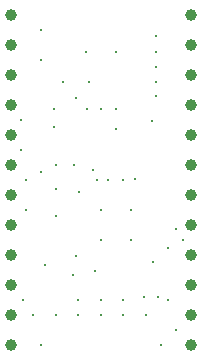
<source format=gbr>
%TF.GenerationSoftware,KiCad,Pcbnew,5.1.5+dfsg1-2~bpo10+1*%
%TF.CreationDate,Date%
%TF.ProjectId,ProMicro_LORA,50726f4d-6963-4726-9f5f-4c4f52412e6b,v1.1*%
%TF.SameCoordinates,Original*%
%TF.FileFunction,Plated,1,2,PTH,Drill*%
%TF.FilePolarity,Positive*%
%FSLAX46Y46*%
G04 Gerber Fmt 4.6, Leading zero omitted, Abs format (unit mm)*
G04 Created by KiCad*
%MOMM*%
%LPD*%
G04 APERTURE LIST*
%TA.AperFunction,ViaDrill*%
%ADD10C,0.200000*%
%TD*%
%TA.AperFunction,ViaDrill*%
%ADD11C,0.300000*%
%TD*%
%TA.AperFunction,ComponentDrill*%
%ADD12C,1.000000*%
%TD*%
G04 APERTURE END LIST*
D10*
X2540000Y14605000D03*
X2921000Y6731000D03*
X3683000Y19939000D03*
X3683000Y18415000D03*
X3810000Y13208000D03*
X5308406Y5867594D03*
X5524500Y7493000D03*
X6931800Y14755000D03*
X7112000Y6223000D03*
X7264400Y13970000D03*
X8255000Y13970000D03*
X8890000Y18288000D03*
X9525000Y13970000D03*
X10536216Y13990616D03*
X13970000Y9779000D03*
D11*
X889000Y19050000D03*
X889000Y16510000D03*
X1016000Y3810000D03*
X1270000Y13970000D03*
X1270000Y11430000D03*
X1905000Y2540000D03*
X2540000Y26670000D03*
X2540000Y24130000D03*
X2540000Y0D03*
X3810000Y15240000D03*
X3810000Y10922000D03*
X3810000Y2540000D03*
X4445000Y22225000D03*
X5334000Y15240000D03*
X5562600Y20891500D03*
X5715000Y3810000D03*
X5715000Y2540000D03*
X5778500Y12890500D03*
X6350000Y24765000D03*
X6477000Y19939000D03*
X6667500Y22225000D03*
X7620000Y19939000D03*
X7620000Y11430000D03*
X7620000Y8890000D03*
X7620000Y3810000D03*
X7620000Y2540000D03*
X8890000Y24765000D03*
X8890000Y19939000D03*
X9525000Y3810000D03*
X9525000Y2540000D03*
X10160000Y11430000D03*
X10160000Y8890000D03*
X11303000Y4064000D03*
X11430000Y2540000D03*
X11938000Y18923000D03*
X12065000Y6985000D03*
X12319000Y26162000D03*
X12319000Y24765000D03*
X12319000Y23495000D03*
X12319000Y22225000D03*
X12319000Y21082000D03*
X12446000Y4064000D03*
X12700000Y0D03*
X13335000Y8191500D03*
X13335000Y3810000D03*
X13970000Y1270000D03*
X14605000Y8890000D03*
D12*
%TO.C,A1*%
X0Y27940000D03*
X0Y25400000D03*
X0Y22860000D03*
X0Y20320000D03*
X0Y17780000D03*
X0Y15240000D03*
X0Y12700000D03*
X0Y10160000D03*
X0Y7620000D03*
X0Y5080000D03*
X0Y2540000D03*
X0Y0D03*
X15240000Y27940000D03*
X15240000Y25400000D03*
X15240000Y22860000D03*
X15240000Y20320000D03*
X15240000Y17780000D03*
X15240000Y15240000D03*
X15240000Y12700000D03*
X15240000Y10160000D03*
X15240000Y7620000D03*
X15240000Y5080000D03*
X15240000Y2540000D03*
X15240000Y0D03*
M02*

</source>
